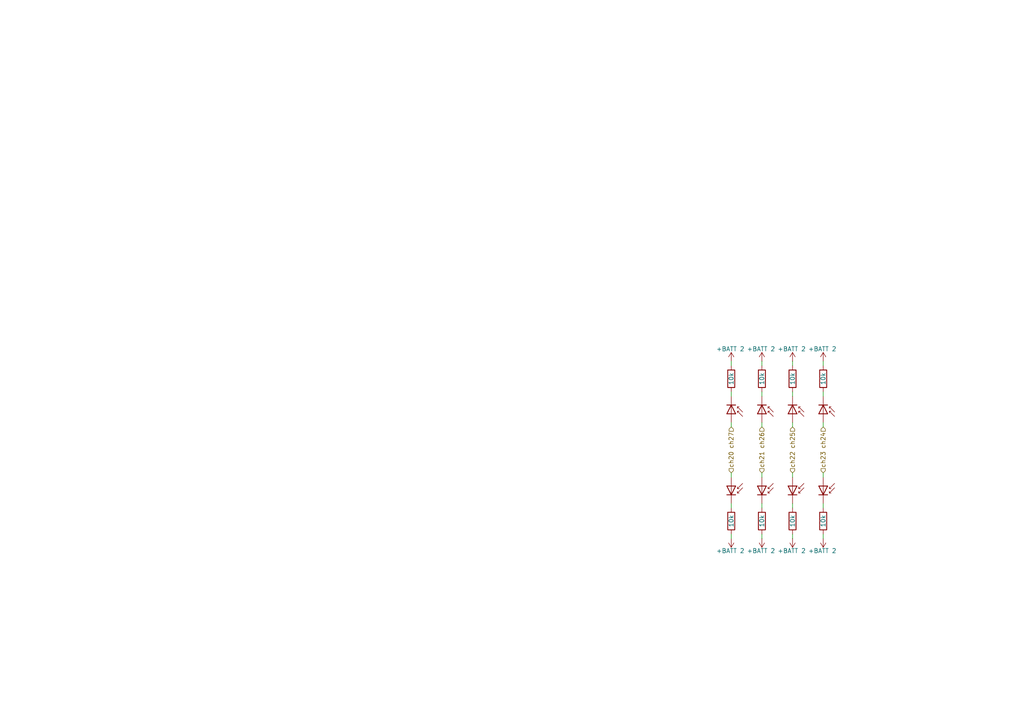
<source format=kicad_sch>
(kicad_sch (version 20231120) (generator "eeschema") (generator_version "8.0")
  (paper "A4")
  (lib_symbols
    (symbol "Device:D_SiPM" (pin_numbers hide) (pin_names hide)
      (property "Reference" "D" (at 1.778 1.778 0))
      (property "Value" "D_SiPM" (at 0.254 -2.794 0))
      (symbol "D_SiPM_0_1"
        (polyline (pts (xy -1.27 0) (xy 1.27 0)))
        (polyline (pts (xy -1.27 1.27) (xy -1.27 -1.27)) (stroke (width 0.254)))
        (polyline (pts (xy -0.762 1.778) (xy -0.254 1.778)))
        (polyline (pts (xy 1.27 1.27) (xy 1.27 -1.27)) (stroke (width 0.254)))
        (polyline (pts (xy 0.762 3.302) (xy -0.762 1.778) (xy -0.762 2.286)))
        (polyline (pts (xy 1.27 1.27) (xy -1.27 0) (xy 1.27 -1.27)) (stroke (width 0.254)))
        (polyline (pts (xy 2.032 3.302) (xy 0.508 1.778) (xy 0.508 2.286) (xy 0.508 1.778) (xy 1.016 1.778)))
      )
      (symbol "D_SiPM_1_1"
        (pin passive line (at -3.81 0 0) (length 2.54) (name "K") (number "1"))
        (pin passive line (at 3.81 0 180) (length 2.54) (name "A") (number "2"))
      )
    )
    (symbol "Device:R" (pin_numbers hide) (pin_names (offset 0))
      (property "Reference" "R" (at 2.032 0 90))
      (property "Value" "R" (at 0 0 90))
      (symbol "R_0_1"
        (rectangle (start -1.016 -2.54) (end 1.016 2.54) (stroke (width 0.254)))
      )
      (symbol "R_1_1"
        (pin passive line (at 0 3.81 270) (length 1.27) (name "~") (number "1"))
        (pin passive line (at 0 -3.81 90) (length 1.27) (name "~") (number "2"))
      )
    )
    (symbol "power:+BATT" (power) (pin_numbers hide) (pin_names (offset 0) hide)
      (property "Value" "+BATT" (at 0 3.556 0))
      (symbol "+BATT_0_1"
        (polyline (pts (xy -0.762 1.27) (xy 0 2.54)))
        (polyline (pts (xy 0 0) (xy 0 2.54)))
        (polyline (pts (xy 0 2.54) (xy 0.762 1.27)))
      )
      (symbol "+BATT_1_1"
        (pin power_in line (at 0 0 90) (length 0) (name "~") (number "1"))
      )
    )
  )
  (wire (pts (xy 238.76 146.05) (xy 238.76 147.32)))
  (wire (pts (xy 220.98 154.94) (xy 220.98 156.21)))
  (wire (pts (xy 238.76 137.16) (xy 238.76 138.43)))
  (wire (pts (xy 212.09 146.05) (xy 212.09 147.32)))
  (wire (pts (xy 229.87 137.16) (xy 229.87 138.43)))
  (wire (pts (xy 229.87 123.825) (xy 229.87 122.555)))
  (wire (pts (xy 220.98 114.935) (xy 220.98 113.665)))
  (wire (pts (xy 229.87 154.94) (xy 229.87 156.21)))
  (wire (pts (xy 220.98 123.825) (xy 220.98 122.555)))
  (wire (pts (xy 212.09 154.94) (xy 212.09 156.21)))
  (wire (pts (xy 212.09 123.825) (xy 212.09 122.555)))
  (wire (pts (xy 238.76 123.825) (xy 238.76 122.555)))
  (wire (pts (xy 238.76 114.935) (xy 238.76 113.665)))
  (wire (pts (xy 238.76 154.94) (xy 238.76 156.21)))
  (wire (pts (xy 212.09 106.045) (xy 212.09 104.775)))
  (wire (pts (xy 238.76 106.045) (xy 238.76 104.775)))
  (wire (pts (xy 229.87 114.935) (xy 229.87 113.665)))
  (wire (pts (xy 220.98 106.045) (xy 220.98 104.775)))
  (wire (pts (xy 220.98 146.05) (xy 220.98 147.32)))
  (wire (pts (xy 212.09 137.16) (xy 212.09 138.43)))
  (wire (pts (xy 220.98 137.16) (xy 220.98 138.43)))
  (wire (pts (xy 229.87 146.05) (xy 229.87 147.32)))
  (wire (pts (xy 212.09 114.935) (xy 212.09 113.665)))
  (wire (pts (xy 229.87 106.045) (xy 229.87 104.775)))
  (hierarchical_label "ch20" (shape input) (at 212.09 137.16 90))
  (hierarchical_label "ch22" (shape input) (at 229.87 137.16 90))
  (hierarchical_label "ch23" (shape input) (at 238.76 137.16 90))
  (hierarchical_label "ch26" (shape input) (at 220.98 123.825 270))
  (hierarchical_label "ch24" (shape input) (at 238.76 123.825 270))
  (hierarchical_label "ch21" (shape input) (at 220.98 137.16 90))
  (hierarchical_label "ch25" (shape input) (at 229.87 123.825 270))
  (hierarchical_label "ch27" (shape input) (at 212.09 123.825 270))
  (symbol (lib_id "Device:R") (at 212.09 151.13 0) (mirror x) (unit 1)
    (property "Reference" "R11" (effects (hide yes)))
    (property "Value" "10k" (at 212.09 151.13 90))
    (property "Footprint" "kicad-mza:0603" (effects (hide yes)))
    (property "Description" "Resistor" (effects (hide yes)))
  )
  (symbol (lib_id "Device:D_SiPM") (at 238.76 118.745 270) (unit 1)
    (property "Reference" "D23" (effects (hide yes)))
    (property "Value" "D_SiPM" (effects (hide yes)))
    (property "Footprint" "kicad-mza:Hamamatsu_S10362-11-100P-plus" (effects (hide yes)))
    (property "Description" "Silicon photomultiplier" (effects (hide yes)))
  )
  (symbol (lib_id "power:+BATT") (at 220.98 156.21 0) (mirror x) (unit 1)
    (property "Reference" "#PWR013" (effects (hide yes)))
    (property "Value" "+BATT 2" (at 220.726 159.766 0))
    (property "Description" "Power symbol creates a global label with name \"+BATT\"" (effects (hide yes)))
  )
  (symbol (lib_id "Device:D_SiPM") (at 220.98 142.24 270) (mirror x) (unit 1)
    (property "Reference" "D13" (effects (hide yes)))
    (property "Value" "D_SiPM" (effects (hide yes)))
    (property "Footprint" "kicad-mza:Hamamatsu_S10362-11-100P-plus" (effects (hide yes)))
    (property "Description" "Silicon photomultiplier" (effects (hide yes)))
  )
  (symbol (lib_id "Device:D_SiPM") (at 229.87 118.745 270) (unit 1)
    (property "Reference" "D14" (effects (hide yes)))
    (property "Value" "D_SiPM" (effects (hide yes)))
    (property "Footprint" "kicad-mza:Hamamatsu_S10362-11-100P-plus" (effects (hide yes)))
    (property "Description" "Silicon photomultiplier" (effects (hide yes)))
  )
  (symbol (lib_id "power:+BATT") (at 238.76 104.775 0) (unit 1)
    (property "Reference" "#PWR023" (effects (hide yes)))
    (property "Value" "+BATT 2" (at 238.506 101.219 0))
    (property "Description" "Power symbol creates a global label with name \"+BATT\"" (effects (hide yes)))
  )
  (symbol (lib_id "power:+BATT") (at 229.87 156.21 0) (mirror x) (unit 1)
    (property "Reference" "#PWR016" (effects (hide yes)))
    (property "Value" "+BATT 2" (at 229.616 159.766 0))
    (property "Description" "Power symbol creates a global label with name \"+BATT\"" (effects (hide yes)))
  )
  (symbol (lib_id "Device:R") (at 238.76 151.13 0) (mirror x) (unit 1)
    (property "Reference" "R24" (effects (hide yes)))
    (property "Value" "10k" (at 238.76 151.13 90))
    (property "Footprint" "kicad-mza:0603" (effects (hide yes)))
    (property "Description" "Resistor" (effects (hide yes)))
  )
  (symbol (lib_id "Device:R") (at 220.98 151.13 0) (mirror x) (unit 1)
    (property "Reference" "R13" (effects (hide yes)))
    (property "Value" "10k" (at 220.98 151.13 90))
    (property "Footprint" "kicad-mza:0603" (effects (hide yes)))
    (property "Description" "Resistor" (effects (hide yes)))
  )
  (symbol (lib_id "Device:R") (at 212.09 109.855 0) (unit 1)
    (property "Reference" "R10" (effects (hide yes)))
    (property "Value" "10k" (at 212.09 109.855 90))
    (property "Footprint" "kicad-mza:0603" (effects (hide yes)))
    (property "Description" "Resistor" (effects (hide yes)))
  )
  (symbol (lib_id "Device:R") (at 229.87 109.855 0) (unit 1)
    (property "Reference" "R14" (effects (hide yes)))
    (property "Value" "10k" (at 229.87 109.855 90))
    (property "Footprint" "kicad-mza:0603" (effects (hide yes)))
    (property "Description" "Resistor" (effects (hide yes)))
  )
  (symbol (lib_id "power:+BATT") (at 212.09 104.775 0) (unit 1)
    (property "Reference" "#PWR010" (effects (hide yes)))
    (property "Value" "+BATT 2" (at 211.836 101.219 0))
    (property "Description" "Power symbol creates a global label with name \"+BATT\"" (effects (hide yes)))
  )
  (symbol (lib_id "Device:R") (at 220.98 109.855 0) (unit 1)
    (property "Reference" "R12" (effects (hide yes)))
    (property "Value" "10k" (at 220.98 109.855 90))
    (property "Footprint" "kicad-mza:0603" (effects (hide yes)))
    (property "Description" "Resistor" (effects (hide yes)))
  )
  (symbol (lib_id "power:+BATT") (at 220.98 104.775 0) (unit 1)
    (property "Reference" "#PWR012" (effects (hide yes)))
    (property "Value" "+BATT 2" (at 220.726 101.219 0))
    (property "Description" "Power symbol creates a global label with name \"+BATT\"" (effects (hide yes)))
  )
  (symbol (lib_id "Device:D_SiPM") (at 212.09 142.24 270) (mirror x) (unit 1)
    (property "Reference" "D11" (effects (hide yes)))
    (property "Value" "D_SiPM" (effects (hide yes)))
    (property "Footprint" "kicad-mza:Hamamatsu_S10362-11-100P-plus" (effects (hide yes)))
    (property "Description" "Silicon photomultiplier" (effects (hide yes)))
  )
  (symbol (lib_id "Device:D_SiPM") (at 229.87 142.24 270) (mirror x) (unit 1)
    (property "Reference" "D16" (effects (hide yes)))
    (property "Value" "D_SiPM" (effects (hide yes)))
    (property "Footprint" "kicad-mza:Hamamatsu_S10362-11-100P-plus" (effects (hide yes)))
    (property "Description" "Silicon photomultiplier" (effects (hide yes)))
  )
  (symbol (lib_id "Device:R") (at 238.76 109.855 0) (unit 1)
    (property "Reference" "R23" (effects (hide yes)))
    (property "Value" "10k" (at 238.76 109.855 90))
    (property "Footprint" "kicad-mza:0603" (effects (hide yes)))
    (property "Description" "Resistor" (effects (hide yes)))
  )
  (symbol (lib_id "power:+BATT") (at 238.76 156.21 0) (mirror x) (unit 1)
    (property "Reference" "#PWR024" (effects (hide yes)))
    (property "Value" "+BATT 2" (at 238.506 159.766 0))
    (property "Description" "Power symbol creates a global label with name \"+BATT\"" (effects (hide yes)))
  )
  (symbol (lib_id "power:+BATT") (at 212.09 156.21 0) (mirror x) (unit 1)
    (property "Reference" "#PWR011" (effects (hide yes)))
    (property "Value" "+BATT 2" (at 211.836 159.766 0))
    (property "Description" "Power symbol creates a global label with name \"+BATT\"" (effects (hide yes)))
  )
  (symbol (lib_id "Device:D_SiPM") (at 238.76 142.24 270) (mirror x) (unit 1)
    (property "Reference" "D24" (effects (hide yes)))
    (property "Value" "D_SiPM" (effects (hide yes)))
    (property "Footprint" "kicad-mza:Hamamatsu_S10362-11-100P-plus" (effects (hide yes)))
    (property "Description" "Silicon photomultiplier" (effects (hide yes)))
  )
  (symbol (lib_id "Device:D_SiPM") (at 212.09 118.745 270) (unit 1)
    (property "Reference" "D10" (effects (hide yes)))
    (property "Value" "D_SiPM" (effects (hide yes)))
    (property "Footprint" "kicad-mza:Hamamatsu_S10362-11-100P-plus" (effects (hide yes)))
    (property "Description" "Silicon photomultiplier" (effects (hide yes)))
  )
  (symbol (lib_id "Device:R") (at 229.87 151.13 0) (mirror x) (unit 1)
    (property "Reference" "R16" (effects (hide yes)))
    (property "Value" "10k" (at 229.87 151.13 90))
    (property "Footprint" "kicad-mza:0603" (effects (hide yes)))
    (property "Description" "Resistor" (effects (hide yes)))
  )
  (symbol (lib_id "Device:D_SiPM") (at 220.98 118.745 270) (unit 1)
    (property "Reference" "D12" (effects (hide yes)))
    (property "Value" "D_SiPM" (effects (hide yes)))
    (property "Footprint" "kicad-mza:Hamamatsu_S10362-11-100P-plus" (effects (hide yes)))
    (property "Description" "Silicon photomultiplier" (effects (hide yes)))
  )
  (symbol (lib_id "power:+BATT") (at 229.87 104.775 0) (unit 1)
    (property "Reference" "#PWR014" (effects (hide yes)))
    (property "Value" "+BATT 2" (at 229.616 101.219 0))
    (property "Description" "Power symbol creates a global label with name \"+BATT\"" (effects (hide yes)))
  )
)
</source>
